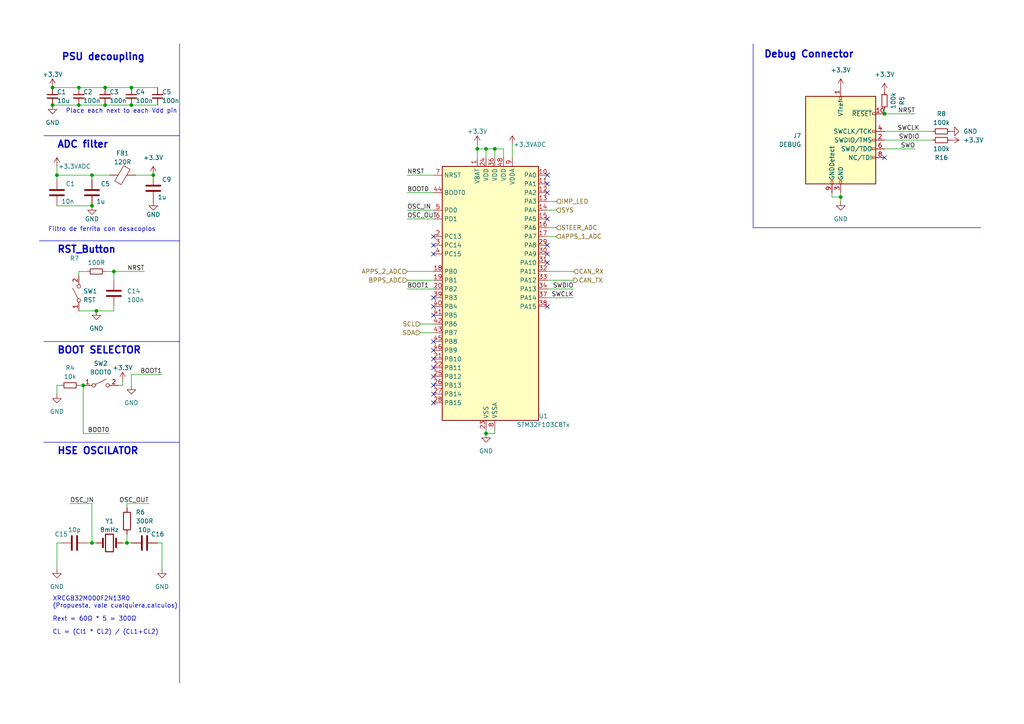
<source format=kicad_sch>
(kicad_sch (version 20231120) (generator "eeschema") (generator_version "8.0")
  (paper "A4")
  (title_block (title "TeR_PEDAL") (date "2023-11-24") (rev "V1.1.0") (company "Tecnun-eRacing") (comment 1 "Ozuba"))
  (lib_symbols
    (symbol "Connector:Conn_ARM_JTAG_SWD_10" (pin_names (offset 1.016))
      (property "Reference" "J" (at -2.54 16.51 0))
      (property "Value" "Conn_ARM_JTAG_SWD_10" (at -2.54 13.97 0))
      (symbol "Conn_ARM_JTAG_SWD_10_0_1"
        (rectangle (start -10.16 12.7) (end 10.16 -12.7) (stroke (width 0.254)) (fill (type background)))
        (rectangle (start -2.794 -12.7) (end -2.286 -11.684))
        (rectangle (start -0.254 -12.7) (end 0.254 -11.684))
        (rectangle (start -0.254 12.7) (end 0.254 11.684))
        (rectangle (start 9.144 2.286) (end 10.16 2.794))
        (rectangle (start 10.16 -2.794) (end 9.144 -2.286))
        (rectangle (start 10.16 -0.254) (end 9.144 0.254))
        (rectangle (start 10.16 7.874) (end 9.144 7.366))
      )
      (symbol "Conn_ARM_JTAG_SWD_10_1_1"
        (rectangle (start 9.144 -5.334) (end 10.16 -4.826))
        (pin power_in line (at 0 15.24 270) (length 2.54) (name "VTref") (number "1"))
        (pin open_collector line (at 12.7 7.62 180) (length 2.54) (name "~{RESET}") (number "10"))
        (pin bidirectional line (at 12.7 0 180) (length 2.54) (name "SWDIO/TMS") (number "2"))
        (pin power_in line (at 0 -15.24 90) (length 2.54) (name "GND") (number "3"))
        (pin output line (at 12.7 2.54 180) (length 2.54) (name "SWCLK/TCK") (number "4"))
        (pin passive line (at 0 -15.24 90) (length 2.54) hide (name "GND") (number "5"))
        (pin input line (at 12.7 -2.54 180) (length 2.54) (name "SWO/TDO") (number "6"))
        (pin no_connect line (at -10.16 0 0) (length 2.54) hide (name "KEY") (number "7"))
        (pin output line (at 12.7 -5.08 180) (length 2.54) (name "NC/TDI") (number "8"))
        (pin passive line (at -2.54 -15.24 90) (length 2.54) (name "GNDDetect") (number "9"))
      )
    )
    (symbol "Device:C" (pin_numbers hide) (pin_names (offset 0.254))
      (property "Reference" "C" (at 0.635 2.54 0))
      (property "Value" "C" (at 0.635 -2.54 0))
      (symbol "C_0_1"
        (polyline (pts (xy -2.032 -0.762) (xy 2.032 -0.762)) (stroke (width 0.508)))
        (polyline (pts (xy -2.032 0.762) (xy 2.032 0.762)) (stroke (width 0.508)))
      )
      (symbol "C_1_1"
        (pin passive line (at 0 3.81 270) (length 2.794) (name "~") (number "1"))
        (pin passive line (at 0 -3.81 90) (length 2.794) (name "~") (number "2"))
      )
    )
    (symbol "Device:C_Small" (pin_numbers hide) (pin_names (offset 0.254) hide)
      (property "Reference" "C" (at 0.254 1.778 0))
      (property "Value" "C_Small" (at 0.254 -2.032 0))
      (symbol "C_Small_0_1"
        (polyline (pts (xy -1.524 -0.508) (xy 1.524 -0.508)) (stroke (width 0.3302)))
        (polyline (pts (xy -1.524 0.508) (xy 1.524 0.508)) (stroke (width 0.3048)))
      )
      (symbol "C_Small_1_1"
        (pin passive line (at 0 2.54 270) (length 2.032) (name "~") (number "1"))
        (pin passive line (at 0 -2.54 90) (length 2.032) (name "~") (number "2"))
      )
    )
    (symbol "Device:Crystal" (pin_numbers hide) (pin_names (offset 1.016) hide)
      (property "Reference" "Y" (at 0 3.81 0))
      (property "Value" "Crystal" (at 0 -3.81 0))
      (symbol "Crystal_0_1"
        (rectangle (start -1.143 2.54) (end 1.143 -2.54) (stroke (width 0.3048)))
        (polyline (pts (xy -2.54 0) (xy -1.905 0)))
        (polyline (pts (xy -1.905 -1.27) (xy -1.905 1.27)) (stroke (width 0.508)))
        (polyline (pts (xy 1.905 -1.27) (xy 1.905 1.27)) (stroke (width 0.508)))
        (polyline (pts (xy 2.54 0) (xy 1.905 0)))
      )
      (symbol "Crystal_1_1"
        (pin passive line (at -3.81 0 0) (length 1.27) (name "1") (number "1"))
        (pin passive line (at 3.81 0 180) (length 1.27) (name "2") (number "2"))
      )
    )
    (symbol "Device:FerriteBead" (pin_numbers hide) (pin_names (offset 0))
      (property "Reference" "FB" (at -3.81 0.635 90))
      (property "Value" "FerriteBead" (at 3.81 0 90))
      (symbol "FerriteBead_0_1"
        (polyline (pts (xy 0 -1.27) (xy 0 -1.2192)))
        (polyline (pts (xy 0 1.27) (xy 0 1.2954)))
        (polyline (pts (xy -2.7686 0.4064) (xy -1.7018 2.2606) (xy 2.7686 -0.3048) (xy 1.6764 -2.159) (xy -2.7686 0.4064)))
      )
      (symbol "FerriteBead_1_1"
        (pin passive line (at 0 3.81 270) (length 2.54) (name "~") (number "1"))
        (pin passive line (at 0 -3.81 90) (length 2.54) (name "~") (number "2"))
      )
    )
    (symbol "Device:R" (pin_numbers hide) (pin_names (offset 0))
      (property "Reference" "R" (at 2.032 0 90))
      (property "Value" "R" (at 0 0 90))
      (symbol "R_0_1"
        (rectangle (start -1.016 -2.54) (end 1.016 2.54) (stroke (width 0.254)))
      )
      (symbol "R_1_1"
        (pin passive line (at 0 3.81 270) (length 1.27) (name "~") (number "1"))
        (pin passive line (at 0 -3.81 90) (length 1.27) (name "~") (number "2"))
      )
    )
    (symbol "Device:R_Small" (pin_numbers hide) (pin_names (offset 0.254) hide)
      (property "Reference" "R" (at 0.762 0.508 0))
      (property "Value" "R_Small" (at 0.762 -1.016 0))
      (symbol "R_Small_0_1"
        (rectangle (start -0.762 1.778) (end 0.762 -1.778) (stroke (width 0.2032)))
      )
      (symbol "R_Small_1_1"
        (pin passive line (at 0 2.54 270) (length 0.762) (name "~") (number "1"))
        (pin passive line (at 0 -2.54 90) (length 0.762) (name "~") (number "2"))
      )
    )
    (symbol "GND_1" (power) (pin_names (offset 0))
      (property "Value" "GND_1" (at 0 -3.81 0))
      (symbol "GND_1_0_1"
        (polyline (pts (xy 0 0) (xy 0 -1.27) (xy 1.27 -1.27) (xy 0 -2.54) (xy -1.27 -1.27) (xy 0 -1.27)))
      )
      (symbol "GND_1_1_1"
        (pin power_in line (at 0 0 270) (length 0) hide (name "GND") (number "1"))
      )
    )
    (symbol "MCU_ST_STM32F1:STM32F103C8Tx"
      (property "Reference" "U" (at -12.7 39.37 0))
      (property "Value" "STM32F103C8Tx" (at 10.16 39.37 0))
      (symbol "STM32F103C8Tx_0_1"
        (rectangle (start -12.7 -35.56) (end 15.24 38.1) (stroke (width 0.254)) (fill (type background)))
      )
      (symbol "STM32F103C8Tx_1_1"
        (pin power_in line (at -2.54 40.64 270) (length 2.54) (name "VBAT") (number "1"))
        (pin bidirectional line (at 17.78 35.56 180) (length 2.54) (name "PA0") (number "10"))
        (pin bidirectional line (at 17.78 33.02 180) (length 2.54) (name "PA1") (number "11"))
        (pin bidirectional line (at 17.78 30.48 180) (length 2.54) (name "PA2") (number "12"))
        (pin bidirectional line (at 17.78 27.94 180) (length 2.54) (name "PA3") (number "13"))
        (pin bidirectional line (at 17.78 25.4 180) (length 2.54) (name "PA4") (number "14"))
        (pin bidirectional line (at 17.78 22.86 180) (length 2.54) (name "PA5") (number "15"))
        (pin bidirectional line (at 17.78 20.32 180) (length 2.54) (name "PA6") (number "16"))
        (pin bidirectional line (at 17.78 17.78 180) (length 2.54) (name "PA7") (number "17"))
        (pin bidirectional line (at -15.24 7.62 0) (length 2.54) (name "PB0") (number "18"))
        (pin bidirectional line (at -15.24 5.08 0) (length 2.54) (name "PB1") (number "19"))
        (pin bidirectional line (at -15.24 17.78 0) (length 2.54) (name "PC13") (number "2"))
        (pin bidirectional line (at -15.24 2.54 0) (length 2.54) (name "PB2") (number "20"))
        (pin bidirectional line (at -15.24 -17.78 0) (length 2.54) (name "PB10") (number "21"))
        (pin bidirectional line (at -15.24 -20.32 0) (length 2.54) (name "PB11") (number "22"))
        (pin power_in line (at 0 -38.1 90) (length 2.54) (name "VSS") (number "23"))
        (pin power_in line (at 0 40.64 270) (length 2.54) (name "VDD") (number "24"))
        (pin bidirectional line (at -15.24 -22.86 0) (length 2.54) (name "PB12") (number "25"))
        (pin bidirectional line (at -15.24 -25.4 0) (length 2.54) (name "PB13") (number "26"))
        (pin bidirectional line (at -15.24 -27.94 0) (length 2.54) (name "PB14") (number "27"))
        (pin bidirectional line (at -15.24 -30.48 0) (length 2.54) (name "PB15") (number "28"))
        (pin bidirectional line (at 17.78 15.24 180) (length 2.54) (name "PA8") (number "29"))
        (pin bidirectional line (at -15.24 15.24 0) (length 2.54) (name "PC14") (number "3"))
        (pin bidirectional line (at 17.78 12.7 180) (length 2.54) (name "PA9") (number "30"))
        (pin bidirectional line (at 17.78 10.16 180) (length 2.54) (name "PA10") (number "31"))
        (pin bidirectional line (at 17.78 7.62 180) (length 2.54) (name "PA11") (number "32"))
        (pin bidirectional line (at 17.78 5.08 180) (length 2.54) (name "PA12") (number "33"))
        (pin bidirectional line (at 17.78 2.54 180) (length 2.54) (name "PA13") (number "34"))
        (pin passive line (at 0 -38.1 90) (length 2.54) hide (name "VSS") (number "35"))
        (pin power_in line (at 2.54 40.64 270) (length 2.54) (name "VDD") (number "36"))
        (pin bidirectional line (at 17.78 0 180) (length 2.54) (name "PA14") (number "37"))
        (pin bidirectional line (at 17.78 -2.54 180) (length 2.54) (name "PA15") (number "38"))
        (pin bidirectional line (at -15.24 0 0) (length 2.54) (name "PB3") (number "39"))
        (pin bidirectional line (at -15.24 12.7 0) (length 2.54) (name "PC15") (number "4"))
        (pin bidirectional line (at -15.24 -2.54 0) (length 2.54) (name "PB4") (number "40"))
        (pin bidirectional line (at -15.24 -5.08 0) (length 2.54) (name "PB5") (number "41"))
        (pin bidirectional line (at -15.24 -7.62 0) (length 2.54) (name "PB6") (number "42"))
        (pin bidirectional line (at -15.24 -10.16 0) (length 2.54) (name "PB7") (number "43"))
        (pin input line (at -15.24 30.48 0) (length 2.54) (name "BOOT0") (number "44"))
        (pin bidirectional line (at -15.24 -12.7 0) (length 2.54) (name "PB8") (number "45"))
        (pin bidirectional line (at -15.24 -15.24 0) (length 2.54) (name "PB9") (number "46"))
        (pin passive line (at 0 -38.1 90) (length 2.54) hide (name "VSS") (number "47"))
        (pin power_in line (at 5.08 40.64 270) (length 2.54) (name "VDD") (number "48"))
        (pin bidirectional line (at -15.24 25.4 0) (length 2.54) (name "PD0") (number "5"))
        (pin bidirectional line (at -15.24 22.86 0) (length 2.54) (name "PD1") (number "6"))
        (pin input line (at -15.24 35.56 0) (length 2.54) (name "NRST") (number "7"))
        (pin power_in line (at 2.54 -38.1 90) (length 2.54) (name "VSSA") (number "8"))
        (pin power_in line (at 7.62 40.64 270) (length 2.54) (name "VDDA") (number "9"))
      )
    )
    (symbol "Switch:SW_SPST" (pin_names (offset 0) hide)
      (property "Reference" "SW" (at 0 3.175 0))
      (property "Value" "SW_SPST" (at 0 -2.54 0))
      (symbol "SW_SPST_0_0"
        (circle (center -2.032 0) (radius 0.508))
        (polyline (pts (xy -1.524 0.254) (xy 1.524 1.778)))
        (circle (center 2.032 0) (radius 0.508))
      )
      (symbol "SW_SPST_1_1"
        (pin passive line (at -5.08 0 0) (length 2.54) (name "A") (number "1"))
        (pin passive line (at 5.08 0 180) (length 2.54) (name "B") (number "2"))
      )
    )
    (symbol "power:+3.3V" (power) (pin_names (offset 0))
      (property "Value" "+3.3V" (at 0 3.556 0))
      (symbol "+3.3V_0_1"
        (polyline (pts (xy -0.762 1.27) (xy 0 2.54)))
        (polyline (pts (xy 0 0) (xy 0 2.54)))
        (polyline (pts (xy 0 2.54) (xy 0.762 1.27)))
      )
      (symbol "+3.3V_1_1"
        (pin power_in line (at 0 0 90) (length 0) hide (name "+3.3V") (number "1"))
      )
    )
    (symbol "power:+3.3VADC" (power) (pin_numbers hide) (pin_names (offset 0) hide)
      (property "Value" "+3.3VADC" (at 0 2.54 0))
      (symbol "+3.3VADC_0_0"
        (pin power_in line (at 0 0 90) (length 0) hide (name "+3.3VADC") (number "1"))
      )
      (symbol "+3.3VADC_0_1"
        (polyline (pts (xy -0.762 1.27) (xy 0 2.54)))
        (polyline (pts (xy 0 0) (xy 0 2.54)))
        (polyline (pts (xy 0 2.54) (xy 0.762 1.27)))
      )
    )
    (symbol "power:GND" (power) (pin_names (offset 0))
      (property "Value" "GND" (at 0 -3.81 0))
      (symbol "GND_0_1"
        (polyline (pts (xy 0 0) (xy 0 -1.27) (xy 1.27 -1.27) (xy 0 -2.54) (xy -1.27 -1.27) (xy 0 -1.27)))
      )
      (symbol "GND_1_1"
        (pin power_in line (at 0 0 270) (length 0) hide (name "GND") (number "1"))
      )
    )
  )
  (junction (at 15.24 25.4))
  (junction (at 26.67 157.48))
  (junction (at 22.86 30.48))
  (junction (at 256.54 33.02))
  (junction (at 140.97 125.73))
  (junction (at 138.43 43.18))
  (junction (at 143.51 43.18))
  (junction (at 16.51 50.8))
  (junction (at 44.45 50.8))
  (junction (at 36.83 157.48))
  (junction (at 38.1 30.48))
  (junction (at 30.48 25.4))
  (junction (at 33.02 78.74))
  (junction (at 243.84 57.15))
  (junction (at 27.94 90.17))
  (junction (at 24.13 111.76))
  (junction (at 38.1 25.4))
  (junction (at 26.67 59.69))
  (junction (at 30.48 30.48))
  (junction (at 26.67 50.8))
  (junction (at 22.86 25.4))
  (junction (at 15.24 30.48))
  (junction (at 140.97 43.18))
  (no_connect (at 125.73 111.76))
  (no_connect (at 125.73 114.3))
  (no_connect (at 125.73 99.06))
  (no_connect (at 158.75 55.88))
  (no_connect (at 125.73 73.66))
  (no_connect (at 125.73 101.6))
  (no_connect (at 125.73 68.58))
  (no_connect (at 158.75 53.34))
  (no_connect (at 125.73 71.12))
  (no_connect (at 158.75 63.5))
  (no_connect (at 125.73 104.14))
  (no_connect (at 125.73 91.44))
  (no_connect (at 158.75 76.2))
  (no_connect (at 125.73 106.68))
  (no_connect (at 158.75 88.9))
  (no_connect (at 125.73 116.84))
  (no_connect (at 125.73 88.9))
  (no_connect (at 125.73 86.36))
  (no_connect (at 158.75 73.66))
  (no_connect (at 125.73 109.22))
  (no_connect (at 256.54 45.72))
  (no_connect (at 158.75 50.8))
  (no_connect (at 158.75 71.12))
  (wire (pts (xy 22.86 30.48) (xy 30.48 30.48)))
  (wire (pts (xy 16.51 165.1) (xy 16.51 157.48)))
  (wire (pts (xy 118.11 60.96) (xy 125.73 60.96)))
  (wire (pts (xy 158.75 83.82) (xy 166.37 83.82)))
  (wire (pts (xy 15.24 25.4) (xy 22.86 25.4)))
  (wire (pts (xy 35.56 111.76) (xy 34.29 111.76)))
  (wire (pts (xy 46.99 165.1) (xy 46.99 157.48)))
  (wire (pts (xy 30.48 25.4) (xy 38.1 25.4)))
  (wire (pts (xy 26.67 50.8) (xy 31.75 50.8)))
  (wire (pts (xy 146.05 43.18) (xy 146.05 45.72)))
  (wire (pts (xy 30.48 78.74) (xy 33.02 78.74)))
  (wire (pts (xy 158.75 66.04) (xy 161.29 66.04)))
  (wire (pts (xy 38.1 25.4) (xy 45.72 25.4)))
  (wire (pts (xy 22.86 78.74) (xy 25.4 78.74)))
  (wire (pts (xy 16.51 157.48) (xy 17.78 157.48)))
  (wire (pts (xy 35.56 157.48) (xy 36.83 157.48)))
  (wire (pts (xy 241.3 57.15) (xy 243.84 57.15)))
  (wire (pts (xy 256.54 38.1) (xy 270.51 38.1)))
  (polyline (pts (xy 11.43 69.85) (xy 52.07 69.85)))
  (wire (pts (xy 265.43 43.18) (xy 256.54 43.18)))
  (wire (pts (xy 158.75 68.58) (xy 161.29 68.58)))
  (wire (pts (xy 243.84 58.42) (xy 243.84 57.15)))
  (wire (pts (xy 22.86 80.01) (xy 22.86 78.74)))
  (wire (pts (xy 16.51 59.69) (xy 26.67 59.69)))
  (wire (pts (xy 36.83 157.48) (xy 38.1 157.48)))
  (wire (pts (xy 121.92 96.52) (xy 125.73 96.52)))
  (wire (pts (xy 16.51 48.26) (xy 16.51 50.8)))
  (wire (pts (xy 138.43 45.72) (xy 138.43 43.18)))
  (wire (pts (xy 36.83 146.05) (xy 43.18 146.05)))
  (wire (pts (xy 35.56 110.49) (xy 35.56 111.76)))
  (wire (pts (xy 118.11 78.74) (xy 125.73 78.74)))
  (wire (pts (xy 241.3 55.88) (xy 241.3 57.15)))
  (wire (pts (xy 138.43 41.91) (xy 138.43 43.18)))
  (wire (pts (xy 24.13 125.73) (xy 31.75 125.73)))
  (wire (pts (xy 143.51 125.73) (xy 140.97 125.73)))
  (polyline (pts (xy 12.7 39.37) (xy 52.07 39.37)))
  (wire (pts (xy 125.73 81.28) (xy 118.11 81.28)))
  (wire (pts (xy 138.43 43.18) (xy 140.97 43.18)))
  (wire (pts (xy 118.11 63.5) (xy 125.73 63.5)))
  (wire (pts (xy 16.51 50.8) (xy 26.67 50.8)))
  (wire (pts (xy 118.11 83.82) (xy 125.73 83.82)))
  (polyline (pts (xy 52.07 99.06) (xy 52.07 69.85)))
  (wire (pts (xy 158.75 86.36) (xy 166.37 86.36)))
  (wire (pts (xy 148.59 41.91) (xy 148.59 45.72)))
  (wire (pts (xy 161.29 60.96) (xy 158.75 60.96)))
  (wire (pts (xy 26.67 157.48) (xy 26.67 146.05)))
  (wire (pts (xy 270.51 40.64) (xy 256.54 40.64)))
  (polyline (pts (xy 218.44 66.04) (xy 284.48 66.04)))
  (polyline (pts (xy 218.44 12.7) (xy 218.44 66.04)))
  (wire (pts (xy 143.51 43.18) (xy 146.05 43.18)))
  (wire (pts (xy 26.67 50.8) (xy 26.67 52.07)))
  (wire (pts (xy 118.11 55.88) (xy 125.73 55.88)))
  (wire (pts (xy 16.51 114.3) (xy 16.51 111.76)))
  (wire (pts (xy 33.02 78.74) (xy 41.91 78.74)))
  (wire (pts (xy 33.02 88.9) (xy 33.02 90.17)))
  (wire (pts (xy 16.51 50.8) (xy 16.51 52.07)))
  (wire (pts (xy 20.32 146.05) (xy 26.67 146.05)))
  (wire (pts (xy 143.51 43.18) (xy 143.51 45.72)))
  (wire (pts (xy 24.13 111.76) (xy 24.13 125.73)))
  (wire (pts (xy 256.54 31.75) (xy 256.54 33.02)))
  (wire (pts (xy 30.48 30.48) (xy 38.1 30.48)))
  (wire (pts (xy 140.97 43.18) (xy 143.51 43.18)))
  (polyline (pts (xy 12.7 99.06) (xy 52.07 99.06)))
  (wire (pts (xy 243.84 57.15) (xy 243.84 55.88)))
  (wire (pts (xy 16.51 111.76) (xy 17.78 111.76)))
  (wire (pts (xy 36.83 154.94) (xy 36.83 157.48)))
  (wire (pts (xy 143.51 124.46) (xy 143.51 125.73)))
  (wire (pts (xy 121.92 93.98) (xy 125.73 93.98)))
  (wire (pts (xy 161.29 58.42) (xy 158.75 58.42)))
  (wire (pts (xy 38.1 111.76) (xy 38.1 108.585)))
  (wire (pts (xy 25.4 157.48) (xy 26.67 157.48)))
  (wire (pts (xy 38.1 30.48) (xy 45.72 30.48)))
  (wire (pts (xy 118.11 50.8) (xy 125.73 50.8)))
  (wire (pts (xy 38.1 108.585) (xy 46.99 108.585)))
  (wire (pts (xy 158.75 78.74) (xy 166.37 78.74)))
  (wire (pts (xy 158.75 81.28) (xy 166.37 81.28)))
  (polyline (pts (xy 52.07 128.27) (xy 52.07 198.12)))
  (polyline (pts (xy 52.07 12.7) (xy 52.07 39.37)))
  (wire (pts (xy 256.54 33.02) (xy 265.43 33.02)))
  (polyline (pts (xy 52.07 39.37) (xy 52.07 69.85)))
  (wire (pts (xy 46.99 157.48) (xy 45.72 157.48)))
  (polyline (pts (xy 52.07 128.27) (xy 52.07 99.06)))
  (wire (pts (xy 24.13 111.76) (xy 22.86 111.76)))
  (wire (pts (xy 36.83 147.32) (xy 36.83 146.05)))
  (wire (pts (xy 15.24 30.48) (xy 22.86 30.48)))
  (wire (pts (xy 33.02 78.74) (xy 33.02 81.28)))
  (wire (pts (xy 44.45 50.8) (xy 39.37 50.8)))
  (polyline (pts (xy 12.7 128.27) (xy 52.07 128.27)))
  (wire (pts (xy 22.86 25.4) (xy 30.48 25.4)))
  (wire (pts (xy 140.97 124.46) (xy 140.97 125.73)))
  (wire (pts (xy 27.94 90.17) (xy 22.86 90.17)))
  (wire (pts (xy 33.02 90.17) (xy 27.94 90.17)))
  (wire (pts (xy 26.67 157.48) (xy 27.94 157.48)))
  (wire (pts (xy 140.97 43.18) (xy 140.97 45.72)))
  (text "ADC filter" (at 16.51 43.18 0) (effects (font (size 2 2) (thickness 0.4) (bold yes)) (justify left bottom)))
  (text "RST_Button" (at 16.51 73.66 0) (effects (font (size 2 2) (thickness 0.4) (bold yes)) (justify left bottom)))
  (text "PSU decoupling" (at 17.78 17.78 0) (effects (font (size 2 2) (thickness 0.4) (bold yes)) (justify left bottom)))
  (text "Place each next to each Vdd pin\n" (at 19.05 33.02 0) (effects (font (size 1.27 1.27)) (justify left bottom)))
  (text "BOOT SELECTOR" (at 16.51 102.87 0) (effects (font (size 2 2) (thickness 0.4) (bold yes)) (justify left bottom)))
  (text "HSE OSCILATOR" (at 16.51 132.08 0) (effects (font (size 2 2) (thickness 0.4) (bold yes)) (justify left bottom)))
  (text "Filtro de ferrita con desacoplos \n" (at 13.97 67.31 0) (effects (font (size 1.27 1.27)) (justify left bottom)))
  (text "Rext = 60Ω * 5 = 300Ω" (at 15.24 180.34 0) (effects (font (size 1.27 1.27)) (justify left bottom)))
  (text "XRCGB32M000F2N13R0 \n(Propuesta, vale cualquiera,calculos)\n" (at 15.24 176.53 0) (effects (font (size 1.27 1.27)) (justify left bottom)))
  (text "CL = (Cl1 * CL2) / (CL1+CL2)" (at 15.24 184.15 0) (effects (font (size 1.27 1.27)) (justify left bottom)))
  (text "Debug Connector" (at 221.488 17.018 0) (effects (font (size 2 2) (thickness 0.4) (bold yes)) (justify left bottom)))
  (label "SWCLK" (at 166.37 86.36 180))
  (label "BOOT1" (at 118.11 83.82 0))
  (label "OSC_IN" (at 118.11 60.96 0))
  (label "OSC_OUT" (at 43.18 146.05 180))
  (label "NRST" (at 265.43 33.02 180))
  (label "BOOT0" (at 118.11 55.88 0))
  (label "SWDIO" (at 166.37 83.82 180))
  (label "NRST" (at 118.11 50.8 0))
  (label "NRST" (at 41.91 78.74 180))
  (label "SWDIO" (at 266.7 40.64 180))
  (label "SWO" (at 265.43 43.18 180))
  (label "SWCLK" (at 266.7 38.1 180))
  (label "OSC_IN" (at 20.32 146.05 0))
  (label "OSC_OUT" (at 118.11 63.5 0))
  (label "BOOT0" (at 31.75 125.73 180))
  (label "BOOT1" (at 46.99 108.585 180))
  (hierarchical_label "CAN_RX" (shape input) (at 166.37 78.74 0))
  (hierarchical_label "APPS_2_ADC" (shape input) (at 118.11 78.74 180))
  (hierarchical_label "APPS_1_ADC" (shape input) (at 161.29 68.58 0))
  (hierarchical_label "SYS" (shape input) (at 161.29 60.96 0))
  (hierarchical_label "BPPS_ADC" (shape input) (at 118.11 81.28 180))
  (hierarchical_label "STEER_ADC" (shape input) (at 161.29 66.04 0))
  (hierarchical_label "SCL" (shape input) (at 121.92 93.98 180))
  (hierarchical_label "SDA" (shape input) (at 121.92 96.52 180))
  (hierarchical_label "IMP_LED" (shape input) (at 161.29 58.42 0))
  (hierarchical_label "CAN_TX" (shape output) (at 166.37 81.28 0))
  (symbol (lib_id "Device:C") (at 16.51 55.88 0) (unit 1)
    (property "Reference" "C1" (at 19.05 53.34 0) (effects (justify left)))
    (property "Value" "10n" (at 17.78 58.42 0) (effects (justify left)))
    (property "Footprint" "Capacitor_SMD:C_0402_1005Metric_Pad0.74x0.62mm_HandSolder" (effects (hide yes)))
    (instances (project "TER_MAIN_MODULE" (path "" (reference "C1") (unit 1))) (project "TER_PEDAL" (path "" (reference "C6") (unit 1))))
  )
  (symbol (lib_id "power:GND") (at 16.51 114.3 0) (unit 1)
    (property "Reference" "#PWR021" (effects (hide yes)))
    (property "Value" "GND" (at 16.51 119.38 0))
  )
  (symbol (lib_id "power:+3.3V") (at 138.43 41.91 0) (unit 1)
    (property "Reference" "#PWR08" (effects (hide yes)))
    (property "Value" "+3.3V" (at 138.43 38.1 0))
  )
  (symbol (lib_id "power:GND") (at 26.67 59.69 0) (unit 1)
    (property "Reference" "#PWR0117" (effects (hide yes)))
    (property "Value" "GND" (at 26.67 63.5 0))
    (instances (project "TER_MAIN_MODULE" (path "" (reference "#PWR0117") (unit 1))) (project "TER_PEDAL" (path "" (reference "#PWR05") (unit 1))))
  )
  (symbol (lib_id "Device:R_Small") (at 27.94 78.74 90) (unit 1)
    (property "Reference" "R7" (at 21.59 74.93 90))
    (property "Value" "100R" (at 27.94 76.2 90))
    (property "Footprint" "Resistor_SMD:R_0603_1608Metric" (effects (hide yes)))
  )
  (symbol (lib_id "Device:C_Small") (at 15.24 27.94 0) (unit 1)
    (property "Reference" "C1" (at 16.51 26.67 0) (effects (justify left)))
    (property "Value" "10u" (at 16.51 29.21 0) (effects (justify left)))
    (property "Footprint" "Capacitor_SMD:C_0805_2012Metric" (effects (hide yes)))
  )
  (symbol (lib_id "Connector:Conn_ARM_JTAG_SWD_10") (at 243.84 40.64 0) (unit 1)
    (property "Reference" "J7" (at 232.41 39.3699 0) (effects (justify right)))
    (property "Value" "DEBUG" (at 232.41 41.9099 0) (effects (justify right)))
    (property "Footprint" "Connector_PinHeader_1.27mm:PinHeader_2x05_P1.27mm_Vertical" (effects (hide yes)))
    (property "Datasheet" "http://infocenter.arm.com/help/topic/com.arm.doc.ddi0314h/DDI0314H_coresight_components_trm.pdf" (effects (hide yes)))
    (property "Description" "Cortex Debug Connector, standard ARM Cortex-M SWD and JTAG interface" (effects (hide yes)))
  )
  (symbol (lib_id "power:+3.3VADC") (at 148.59 41.91 0) (unit 1)
    (property "Reference" "#PWR0115" (effects (hide yes)))
    (property "Value" "+3.3VADC" (at 153.67 41.91 0))
    (instances (project "TER_MAIN_MODULE" (path "" (reference "#PWR0115") (unit 1))) (project "TER_PEDAL" (path "" (reference "#PWR09") (unit 1))))
  )
  (symbol (lib_id "Device:R_Small") (at 273.05 40.64 270) (unit 1)
    (property "Reference" "R16" (at 273.05 45.72 90))
    (property "Value" "100k" (at 273.05 43.18 90))
    (property "Footprint" "Resistor_SMD:R_0603_1608Metric" (effects (hide yes)))
    (property "Description" "Resistor, small symbol" (effects (hide yes)))
  )
  (symbol (lib_id "Device:C_Small") (at 38.1 27.94 0) (unit 1)
    (property "Reference" "C4" (at 39.37 26.67 0) (effects (justify left)))
    (property "Value" "100n" (at 39.37 29.21 0) (effects (justify left)))
    (property "Footprint" "Capacitor_SMD:C_0402_1005Metric" (effects (hide yes)))
  )
  (symbol (lib_id "Device:C") (at 21.59 157.48 90) (unit 1)
    (property "Reference" "C15" (at 17.78 154.94 90))
    (property "Value" "10p" (at 21.59 153.67 90))
    (property "Footprint" "Capacitor_SMD:C_0603_1608Metric" (effects (hide yes)))
  )
  (symbol (lib_id "MCU_ST_STM32F1:STM32F103C8Tx") (at 140.97 86.36 0) (unit 1)
    (property "Reference" "U1" (at 156.21 120.65 0) (effects (justify left)))
    (property "Value" "STM32F103C8Tx" (at 149.86 123.19 0) (effects (justify left)))
    (property "Footprint" "Package_QFP:LQFP-48_7x7mm_P0.5mm" (effects (hide yes)))
    (property "Datasheet" "https://www.st.com/resource/en/datasheet/stm32f103c8.pdf" (effects (hide yes)))
  )
  (symbol (lib_id "power:+3.3V") (at 44.45 50.8 0) (unit 1)
    (property "Reference" "#PWR0118" (effects (hide yes)))
    (property "Value" "+3.3V" (at 44.45 45.72 0))
    (instances (project "TER_MAIN_MODULE" (path "" (reference "#PWR0118") (unit 1))) (project "TER_PEDAL" (path "" (reference "#PWR06") (unit 1))))
  )
  (symbol (lib_id "Device:C_Small") (at 45.72 27.94 0) (unit 1)
    (property "Reference" "C5" (at 46.99 26.67 0) (effects (justify left)))
    (property "Value" "100n" (at 46.99 29.21 0) (effects (justify left)))
    (property "Footprint" "Capacitor_SMD:C_0402_1005Metric" (effects (hide yes)))
  )
  (symbol (lib_name "GND_1") (lib_id "power:GND") (at 243.84 58.42 0) (unit 1)
    (property "Reference" "#PWR028" (effects (hide yes)))
    (property "Value" "GND" (at 243.84 63.5 0))
  )
  (symbol (lib_id "power:+3.3V") (at 35.56 110.49 0) (unit 1)
    (property "Reference" "#PWR024" (effects (hide yes)))
    (property "Value" "+3.3V" (at 35.56 106.68 0))
  )
  (symbol (lib_id "Device:Crystal") (at 31.75 157.48 0) (unit 1)
    (property "Reference" "Y1" (at 31.75 151.13 0))
    (property "Value" "8mHz" (at 31.75 153.67 0))
    (property "Footprint" "Crystal:Crystal_SMD_5032-2Pin_5.0x3.2mm" (effects (hide yes)))
  )
  (symbol (lib_id "Device:R") (at 36.83 151.13 0) (unit 1)
    (property "Reference" "R6" (at 39.37 148.59 0) (effects (justify left)))
    (property "Value" "300R" (at 39.37 151.13 0) (effects (justify left)))
    (property "Footprint" "Resistor_SMD:R_0402_1005Metric" (effects (hide yes)))
  )
  (symbol (lib_id "power:GND") (at 38.1 111.76 0) (unit 1)
    (property "Reference" "#PWR022" (effects (hide yes)))
    (property "Value" "GND" (at 38.1 116.84 0))
  )
  (symbol (lib_id "power:GND") (at 44.45 58.42 0) (unit 1)
    (property "Reference" "#PWR0119" (effects (hide yes)))
    (property "Value" "GND" (at 44.45 62.23 0))
    (instances (project "TER_MAIN_MODULE" (path "" (reference "#PWR0119") (unit 1))) (project "TER_PEDAL" (path "" (reference "#PWR07") (unit 1))))
  )
  (symbol (lib_id "Device:C_Small") (at 22.86 27.94 0) (unit 1)
    (property "Reference" "C2" (at 24.13 26.67 0) (effects (justify left)))
    (property "Value" "100n" (at 24.13 29.21 0) (effects (justify left)))
    (property "Footprint" "Capacitor_SMD:C_0402_1005Metric" (effects (hide yes)))
  )
  (symbol (lib_id "Device:R_Small") (at 20.32 111.76 270) (unit 1)
    (property "Reference" "R4" (at 20.32 106.68 90))
    (property "Value" "10k" (at 20.32 109.22 90))
    (property "Footprint" "Resistor_SMD:R_0603_1608Metric" (effects (hide yes)))
  )
  (symbol (lib_id "power:GND") (at 46.99 165.1 0) (unit 1)
    (property "Reference" "#PWR026" (effects (hide yes)))
    (property "Value" "GND" (at 46.99 170.18 0))
  )
  (symbol (lib_name "GND_1") (lib_id "power:GND") (at 275.59 38.1 90) (unit 1)
    (property "Reference" "#PWR052" (effects (hide yes)))
    (property "Value" "GND" (at 279.4 38.0999 90) (effects (justify right)))
  )
  (symbol (lib_id "Device:C_Small") (at 30.48 27.94 0) (unit 1)
    (property "Reference" "C3" (at 31.75 26.67 0) (effects (justify left)))
    (property "Value" "100n" (at 31.75 29.21 0) (effects (justify left)))
    (property "Footprint" "Capacitor_SMD:C_0402_1005Metric" (effects (hide yes)))
  )
  (symbol (lib_id "Device:C") (at 33.02 85.09 0) (unit 1)
    (property "Reference" "C14" (at 36.83 84.455 0) (effects (justify left)))
    (property "Value" "100n" (at 36.83 86.995 0) (effects (justify left)))
    (property "Footprint" "Capacitor_SMD:C_0603_1608Metric" (effects (hide yes)))
  )
  (symbol (lib_id "power:GND") (at 27.94 90.17 0) (unit 1)
    (property "Reference" "#PWR020" (effects (hide yes)))
    (property "Value" "GND" (at 27.94 95.25 0))
  )
  (symbol (lib_id "Switch:SW_SPST") (at 22.86 85.09 90) (unit 1)
    (property "Reference" "SW1" (at 24.13 84.455 90) (effects (justify right)))
    (property "Value" "RST" (at 24.13 86.995 90) (effects (justify right)))
    (property "Footprint" "Button_Switch_SMD:SW_SPST_PTS810" (effects (hide yes)))
  )
  (symbol (lib_id "power:+3.3V") (at 275.59 40.64 270) (unit 1)
    (property "Reference" "#PWR053" (effects (hide yes)))
    (property "Value" "+3.3V" (at 279.4 40.6399 90) (effects (justify left)))
  )
  (symbol (lib_id "power:+3.3V") (at 243.84 25.4 0) (unit 1)
    (property "Reference" "#PWR027" (effects (hide yes)))
    (property "Value" "+3.3V" (at 243.84 20.32 0))
  )
  (symbol (lib_id "power:GND") (at 140.97 125.73 0) (unit 1)
    (property "Reference" "#PWR03" (effects (hide yes)))
    (property "Value" "GND" (at 140.97 130.81 0))
  )
  (symbol (lib_id "power:+3.3VADC") (at 16.51 48.26 0) (unit 1)
    (property "Reference" "#PWR0115" (effects (hide yes)))
    (property "Value" "+3.3VADC" (at 21.59 48.26 0))
    (instances (project "TER_MAIN_MODULE" (path "" (reference "#PWR0115") (unit 1))) (project "TER_PEDAL" (path "" (reference "#PWR04") (unit 1))))
  )
  (symbol (lib_id "power:GND") (at 16.51 165.1 0) (unit 1)
    (property "Reference" "#PWR025" (effects (hide yes)))
    (property "Value" "GND" (at 16.51 170.18 0))
  )
  (symbol (lib_id "Switch:SW_SPST") (at 29.21 111.76 0) (unit 1)
    (property "Reference" "SW2" (at 29.21 105.41 0))
    (property "Value" "BOOT0" (at 29.21 107.95 0))
    (property "Footprint" "Button_Switch_SMD:SW_SPST_PTS810" (effects (hide yes)))
  )
  (symbol (lib_id "power:+3.3V") (at 256.54 26.67 0) (unit 1)
    (property "Reference" "#PWR029" (effects (hide yes)))
    (property "Value" "+3.3V" (at 256.54 21.59 0))
  )
  (symbol (lib_id "Device:R_Small") (at 256.54 29.21 0) (unit 1)
    (property "Reference" "R5" (at 261.62 29.21 90))
    (property "Value" "100k" (at 259.08 29.21 90))
    (property "Footprint" "Resistor_SMD:R_0603_1608Metric" (effects (hide yes)))
    (property "Description" "Resistor, small symbol" (effects (hide yes)))
  )
  (symbol (lib_id "power:GND") (at 15.24 30.48 0) (unit 1)
    (property "Reference" "#PWR02" (effects (hide yes)))
    (property "Value" "GND" (at 15.24 35.56 0))
  )
  (symbol (lib_id "power:+3.3V") (at 15.24 25.4 0) (unit 1)
    (property "Reference" "#PWR01" (effects (hide yes)))
    (property "Value" "+3.3V" (at 15.24 21.59 0))
  )
  (symbol (lib_id "Device:R_Small") (at 273.05 38.1 90) (unit 1)
    (property "Reference" "R8" (at 273.05 33.02 90))
    (property "Value" "100k" (at 273.05 35.56 90))
    (property "Footprint" "Resistor_SMD:R_0603_1608Metric" (effects (hide yes)))
    (property "Description" "Resistor, small symbol" (effects (hide yes)))
  )
  (symbol (lib_id "Device:C") (at 26.67 55.88 0) (unit 1)
    (property "Reference" "C5" (at 29.21 53.34 0) (effects (justify left)))
    (property "Value" "1u" (at 27.94 58.42 0) (effects (justify left)))
    (property "Footprint" "Capacitor_SMD:C_0402_1005Metric_Pad0.74x0.62mm_HandSolder" (effects (hide yes)))
    (instances (project "TER_MAIN_MODULE" (path "" (reference "C5") (unit 1))) (project "TER_PEDAL" (path "" (reference "C7") (unit 1))))
  )
  (symbol (lib_id "Device:FerriteBead") (at 35.56 50.8 90) (unit 1)
    (property "Reference" "FB1" (at 35.56 44.45 90))
    (property "Value" "120R" (at 35.56 46.99 90))
    (property "Footprint" "Inductor_SMD:L_0805_2012Metric" (effects (hide yes)))
  )
  (symbol (lib_id "Device:C") (at 44.45 54.61 0) (unit 1)
    (property "Reference" "C9" (at 46.99 52.07 0) (effects (justify left)))
    (property "Value" "1u" (at 45.72 57.15 0) (effects (justify left)))
    (property "Footprint" "Capacitor_SMD:C_0402_1005Metric_Pad0.74x0.62mm_HandSolder" (effects (hide yes)))
    (instances (project "TER_MAIN_MODULE" (path "" (reference "C9") (unit 1))) (project "TER_PEDAL" (path "" (reference "C8") (unit 1))))
  )
  (symbol (lib_id "Device:C") (at 41.91 157.48 90) (unit 1)
    (property "Reference" "C16" (at 45.72 154.94 90))
    (property "Value" "10p" (at 41.91 153.67 90))
    (property "Footprint" "Capacitor_SMD:C_0603_1608Metric" (effects (hide yes)))
  )
)
</source>
